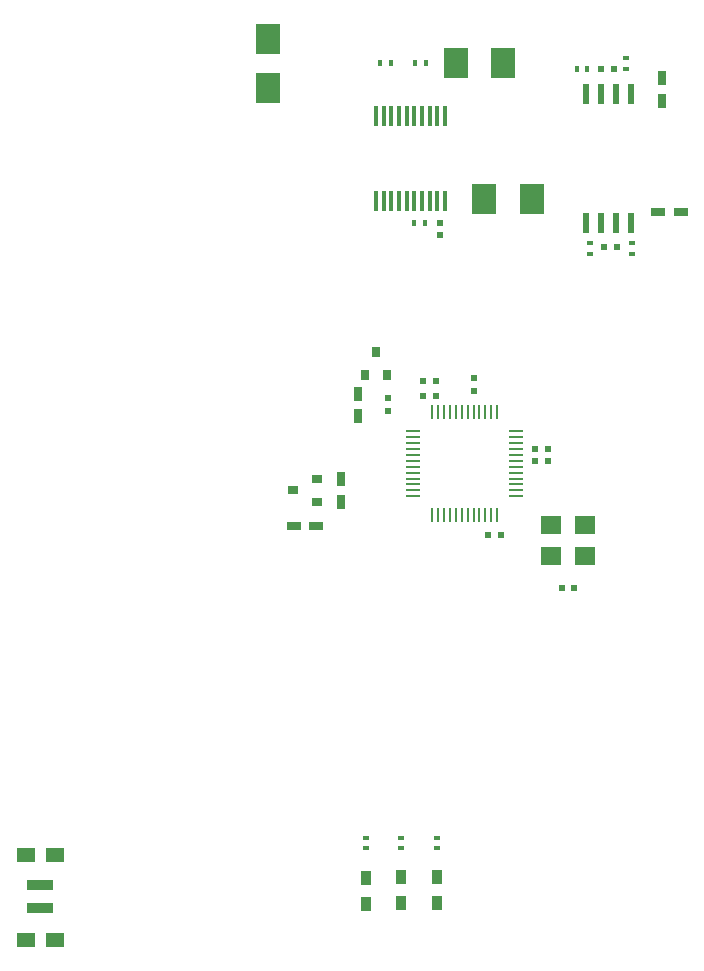
<source format=gbr>
G04 #@! TF.FileFunction,Paste,Top*
%FSLAX46Y46*%
G04 Gerber Fmt 4.6, Leading zero omitted, Abs format (unit mm)*
G04 Created by KiCad (PCBNEW 4.0.7) date Tue Aug  7 16:53:50 2018*
%MOMM*%
%LPD*%
G01*
G04 APERTURE LIST*
%ADD10C,0.100000*%
%ADD11R,0.900000X0.800000*%
%ADD12R,0.750000X1.200000*%
%ADD13R,1.200000X0.750000*%
%ADD14R,1.300000X0.250000*%
%ADD15R,0.250000X1.300000*%
%ADD16R,0.800000X0.900000*%
%ADD17R,0.600000X0.400000*%
%ADD18R,0.400000X0.600000*%
%ADD19R,2.300000X0.850000*%
%ADD20R,2.030000X2.650000*%
%ADD21R,0.900000X1.200000*%
%ADD22R,0.600000X0.500000*%
%ADD23R,0.500000X0.600000*%
%ADD24R,2.000000X2.500000*%
%ADD25R,1.500000X1.250000*%
%ADD26R,0.450000X1.750000*%
%ADD27R,1.800000X1.540000*%
%ADD28R,0.550000X1.750000*%
G04 APERTURE END LIST*
D10*
D11*
X139170000Y-119090000D03*
X139170000Y-117190000D03*
X137170000Y-118140000D03*
D12*
X141170000Y-117190000D03*
X141170000Y-119090000D03*
D13*
X137220000Y-121140000D03*
X139120000Y-121140000D03*
D14*
X156020000Y-118640000D03*
X156020000Y-118140000D03*
X156020000Y-117640000D03*
X156020000Y-117140000D03*
X156020000Y-116640000D03*
X156020000Y-116140000D03*
X156020000Y-115640000D03*
X156020000Y-115140000D03*
X156020000Y-114640000D03*
X156020000Y-114140000D03*
X156020000Y-113640000D03*
X156020000Y-113140000D03*
D15*
X154420000Y-111540000D03*
X153920000Y-111540000D03*
X153420000Y-111540000D03*
X152920000Y-111540000D03*
X152420000Y-111540000D03*
X151920000Y-111540000D03*
X151420000Y-111540000D03*
X150920000Y-111540000D03*
X150420000Y-111540000D03*
X149920000Y-111540000D03*
X149420000Y-111540000D03*
X148920000Y-111540000D03*
D14*
X147320000Y-113140000D03*
X147320000Y-113640000D03*
X147320000Y-114140000D03*
X147320000Y-114640000D03*
X147320000Y-115140000D03*
X147320000Y-115640000D03*
X147320000Y-116140000D03*
X147320000Y-116640000D03*
X147320000Y-117140000D03*
X147320000Y-117640000D03*
X147320000Y-118140000D03*
X147320000Y-118640000D03*
D15*
X148920000Y-120240000D03*
X149420000Y-120240000D03*
X149920000Y-120240000D03*
X150420000Y-120240000D03*
X150920000Y-120240000D03*
X151420000Y-120240000D03*
X151920000Y-120240000D03*
X152420000Y-120240000D03*
X152920000Y-120240000D03*
X153420000Y-120240000D03*
X153920000Y-120240000D03*
X154420000Y-120240000D03*
D16*
X143220000Y-108390000D03*
X145120000Y-108390000D03*
X144170000Y-106390000D03*
D17*
X146300000Y-148450000D03*
X146300000Y-147550000D03*
X149300000Y-148450000D03*
X149300000Y-147550000D03*
X143300000Y-148450000D03*
X143300000Y-147550000D03*
X162260000Y-98120000D03*
X162260000Y-97220000D03*
X165870000Y-98100000D03*
X165870000Y-97200000D03*
D18*
X148280000Y-95510000D03*
X147380000Y-95510000D03*
X145404000Y-81944000D03*
X144504000Y-81944000D03*
X148404000Y-81944000D03*
X147504000Y-81944000D03*
X162050000Y-82450000D03*
X161150000Y-82450000D03*
D17*
X165330000Y-82460000D03*
X165330000Y-81560000D03*
D19*
X115750000Y-151525000D03*
X115750000Y-153475000D03*
D20*
X135000000Y-79910000D03*
X135000000Y-84090000D03*
D21*
X146300000Y-153100000D03*
X146300000Y-150900000D03*
X149300000Y-153100000D03*
X149300000Y-150900000D03*
X143300000Y-153200000D03*
X143300000Y-151000000D03*
D22*
X157620000Y-115640000D03*
X158720000Y-115640000D03*
X148120000Y-110140000D03*
X149220000Y-110140000D03*
X148120000Y-108890000D03*
X149220000Y-108890000D03*
X157620000Y-114640000D03*
X158720000Y-114640000D03*
D23*
X152420000Y-109690000D03*
X152420000Y-108590000D03*
D22*
X154720000Y-121890000D03*
X153620000Y-121890000D03*
X159870000Y-126390000D03*
X160970000Y-126390000D03*
D23*
X145170000Y-110340000D03*
X145170000Y-111440000D03*
D12*
X142670000Y-109940000D03*
X142670000Y-111840000D03*
D24*
X153330000Y-93510000D03*
X157330000Y-93510000D03*
D22*
X164610000Y-97570000D03*
X163510000Y-97570000D03*
D25*
X114500000Y-156250000D03*
X117000000Y-156250000D03*
D23*
X149580000Y-95460000D03*
X149580000Y-96560000D03*
D13*
X168050000Y-94600000D03*
X169950000Y-94600000D03*
D25*
X114500000Y-149000000D03*
X117000000Y-149000000D03*
D24*
X150954000Y-81944000D03*
X154954000Y-81944000D03*
D22*
X164320000Y-82450000D03*
X163220000Y-82450000D03*
D12*
X168400000Y-85150000D03*
X168400000Y-83250000D03*
D26*
X144155000Y-93610000D03*
X144805000Y-93610000D03*
X145455000Y-93610000D03*
X146105000Y-93610000D03*
X146755000Y-93610000D03*
X147405000Y-93610000D03*
X148055000Y-93610000D03*
X148705000Y-93610000D03*
X149355000Y-93610000D03*
X150005000Y-93610000D03*
X150005000Y-86410000D03*
X149355000Y-86410000D03*
X148705000Y-86410000D03*
X148055000Y-86410000D03*
X147405000Y-86410000D03*
X146755000Y-86410000D03*
X146105000Y-86410000D03*
X145455000Y-86410000D03*
X144805000Y-86410000D03*
X144155000Y-86410000D03*
D27*
X161820000Y-123730000D03*
X161820000Y-121050000D03*
X159020000Y-121050000D03*
X159020000Y-123730000D03*
D28*
X165735000Y-84560000D03*
X164465000Y-84560000D03*
X163195000Y-84560000D03*
X161925000Y-84560000D03*
X161925000Y-95460000D03*
X163195000Y-95460000D03*
X164465000Y-95460000D03*
X165735000Y-95460000D03*
M02*

</source>
